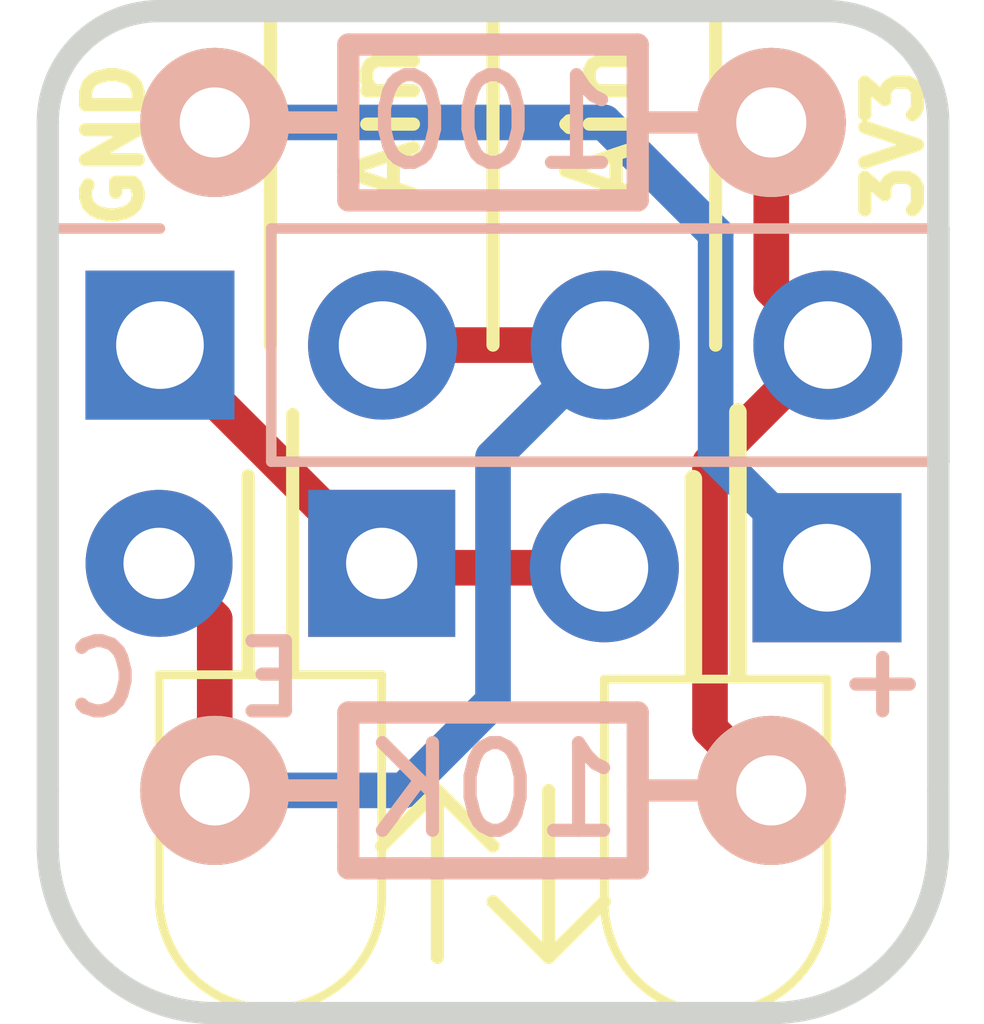
<source format=kicad_pcb>
(kicad_pcb (version 20211014) (generator pcbnew)
  (title_block (title "Rpi Pico Robot Board") (date "2023-06-18") (rev "0.0") (company "www.MakersBox.us") (comment 1 "K. Olsen"))
  (layers (0 "F.Cu" signal) (31 "B.Cu" signal) (34 "B.Paste" user) (35 "F.Paste" user) (36 "B.SilkS" user "B.Silkscreen") (37 "F.SilkS" user "F.Silkscreen") (38 "B.Mask" user) (39 "F.Mask" user) (44 "Edge.Cuts" user))
  (net 0 "")
  (net 1 "GND")
  (net 2 "Net-(D2-Pad2)")
  (net 3 "+3V3")
  (net 4 "/Ain")
  (footprint "footprints:LED-3MM_RA" (layer "F.Cu") (at 147.32 97.79)
    (fp_text reference "D2" hide)
    (fp_text value "IR_LED")
    (fp_text user "+" (at 3.175 1.27) (layer "B.SilkS") (effects (font (size 0.8 0.8)) (justify mirror)))
    (fp_line (start 1.016 1.2) (end 1.016 -1.016) (layer "F.SilkS") (width 0.2))
    (fp_line (start 0 1.27) (end 2.54 1.27) (layer "F.SilkS") (width 0.1))
    (fp_line (start 1.524 1.2) (end 1.524 -1.778) (layer "F.SilkS") (width 0.2))
    (fp_line (start 0 3.81) (end 0 1.27) (layer "F.SilkS") (width 0.1))
    (fp_line (start 2.54 1.27) (end 2.54 3.81) (layer "F.SilkS") (width 0.1))
    (fp_arc (start 1.27 5.08) (mid 0.371974 4.708026) (end 0 3.81) (layer "F.SilkS") (width 0.1))
    (fp_arc (start 2.54 3.81) (mid 2.168026 4.708026) (end 1.27 5.08) (layer "F.SilkS") (width 0.1))
    (pad "1" thru_hole circle (at 0 0 90) (size 1.7 1.7) (drill 1.00076) (layers *.Cu *.Mask) (net 1 "GND"))
    (pad "2" thru_hole rect (at 2.54 0) (size 1.7 1.7) (drill 1.00076) (layers *.Cu *.Mask) (net 2 "Net-(D2-Pad2)"))
  )
  (footprint "footprints:PHOTOTRANS-RA" (layer "F.Cu") (at 143.51 97.74)
    (fp_text reference "Q1" hide)
    (fp_text value "OPTO_NPN" hide)
    (fp_line (start 1.27 1.27) (end -1.27 1.27) (layer "F.SilkS") (width 0.1))
    (fp_line (start 0.254 1.2) (end 0.254 -1.7) (layer "F.SilkS") (width 0.15))
    (fp_line (start -0.254 1.2) (end -0.254 -1) (layer "F.SilkS") (width 0.15))
    (fp_line (start 1.27 3.81) (end 1.27 1.27) (layer "F.SilkS") (width 0.1))
    (fp_line (start -1.27 1.27) (end -1.27 3.81) (layer "F.SilkS") (width 0.1))
    (fp_arc (start 1.27 3.81) (mid 0.898026 4.708026) (end 0 5.08) (layer "F.SilkS") (width 0.1))
    (fp_arc (start 0 5.08) (mid -0.898026 4.708026) (end -1.27 3.81) (layer "F.SilkS") (width 0.1))
    (pad "1" thru_hole rect (at 1.27 0) (size 1.6764 1.6764) (drill 0.8128) (layers *.Cu *.Mask) (net 1 "GND"))
    (pad "3" thru_hole circle (at -1.27 0) (size 1.6764 1.6764) (drill 0.8128) (layers *.Cu *.Mask) (net 4 "/Ain"))
  )
  (footprint "footprints:Resistor_Horz" (layer "B.Cu") (at 146.05 100.33 180)
    (fp_text reference "R1")
    (fp_text value "10K" (at 0 0) (layer "B.SilkS") (effects (justify mirror)))
    (fp_line (start -1.651 0) (end -2.413 0) (layer "B.SilkS") (width 0.254))
    (fp_line (start 1.651 -0.889) (end -1.651 -0.889) (layer "B.SilkS") (width 0.254))
    (fp_line (start -1.651 0.889) (end 1.651 0.889) (layer "B.SilkS") (width 0.254))
    (fp_line (start 1.651 -0.889) (end 1.651 -0.635) (layer "B.SilkS") (width 0.254))
    (fp_line (start 1.651 0) (end 2.413 0) (layer "B.SilkS") (width 0.254))
    (fp_line (start 1.651 0.889) (end 1.651 -0.635) (layer "B.SilkS") (width 0.254))
    (fp_line (start -1.651 -0.889) (end -1.651 0.889) (layer "B.SilkS") (width 0.254))
    (pad "1" thru_hole circle (at -3.175 0 180) (size 1.7 1.7) (drill 0.8) (layers *.Cu *.SilkS *.Mask) (net 3 "+3V3"))
    (pad "2" thru_hole circle (at 3.175 0 180) (size 1.7 1.7) (drill 0.8) (layers *.Cu *.SilkS *.Mask) (net 4 "/Ain"))
  )
  (footprint "Connector_PinHeader_2.54mm:PinHeader_1x04_P2.54mm_Vertical" (layer "B.Cu") (at 142.25 95.25 -90)
    (fp_text reference "J1" hide)
    (fp_text value "Conn_01x04")
    (fp_line (start -1.33 -1.27) (end 1.33 -1.27) (layer "B.SilkS") (width 0.12))
    (fp_line (start -1.33 0) (end -1.33 1.33) (layer "B.SilkS") (width 0.12))
    (fp_line (start -1.33 -8.95) (end 1.33 -8.95) (layer "B.SilkS") (width 0.12))
    (fp_line (start 1.33 -1.27) (end 1.33 -8.95) (layer "B.SilkS") (width 0.12))
    (fp_line (start -1.33 1.33) (end 0 1.33) (layer "B.SilkS") (width 0.12))
    (fp_line (start -1.33 -1.27) (end -1.33 -8.95) (layer "B.SilkS") (width 0.12))
    (pad "1" thru_hole rect (at 0 0 270) (size 1.7 1.7) (drill 1) (layers *.Cu *.Mask) (net 1 "GND"))
    (pad "2" thru_hole oval (at 0 -2.54 270) (size 1.7 1.7) (drill 1) (layers *.Cu *.Mask) (net 4 "/Ain"))
    (pad "3" thru_hole oval (at 0 -5.08 270) (size 1.7 1.7) (drill 1) (layers *.Cu *.Mask) (net 4 "/Ain"))
    (pad "4" thru_hole oval (at 0 -7.62 270) (size 1.7 1.7) (drill 1) (layers *.Cu *.Mask) (net 3 "+3V3"))
  )
  (footprint "footprints:Resistor_Horz" (layer "B.Cu") (at 146.05 92.71 180)
    (fp_text reference "R2")
    (fp_text value "100" (at 0 0) (layer "B.SilkS") (effects (justify mirror)))
    (fp_line (start 1.651 -0.889) (end 1.651 -0.635) (layer "B.SilkS") (width 0.254))
    (fp_line (start 1.651 0.889) (end 1.651 -0.635) (layer "B.SilkS") (width 0.254))
    (fp_line (start -1.651 -0.889) (end -1.651 0.889) (layer "B.SilkS") (width 0.254))
    (fp_line (start 1.651 0) (end 2.413 0) (layer "B.SilkS") (width 0.254))
    (fp_line (start -1.651 0.889) (end 1.651 0.889) (layer "B.SilkS") (width 0.254))
    (fp_line (start -1.651 0) (end -2.413 0) (layer "B.SilkS") (width 0.254))
    (fp_line (start 1.651 -0.889) (end -1.651 -0.889) (layer "B.SilkS") (width 0.254))
    (pad "1" thru_hole circle (at -3.175 0 180) (size 1.7 1.7) (drill 0.8) (layers *.Cu *.SilkS *.Mask) (net 3 "+3V3"))
    (pad "2" thru_hole circle (at 3.175 0 180) (size 1.7 1.7) (drill 0.8) (layers *.Cu *.SilkS *.Mask) (net 2 "Net-(D2-Pad2)"))
  )
  (gr_line (start 146.685 100.33) (end 146.685 102.235) (layer "F.SilkS") (width 0.15))
  (gr_line (start 144.78 100.965) (end 145.415 100.33) (layer "F.SilkS") (width 0.15))
  (gr_line (start 146.05 95.25) (end 146.05 91.44) (layer "F.SilkS") (width 0.15))
  (gr_line (start 148.59 95.25) (end 148.59 91.44) (layer "F.SilkS") (width 0.15))
  (gr_line (start 146.685 102.235) (end 147.32 101.6) (layer "F.SilkS") (width 0.15))
  (gr_line (start 146.685 102.235) (end 146.05 101.6) (layer "F.SilkS") (width 0.15))
  (gr_line (start 145.415 102.235) (end 145.415 100.33) (layer "F.SilkS") (width 0.15))
  (gr_line (start 145.415 100.33) (end 146.05 100.965) (layer "F.SilkS") (width 0.15))
  (gr_line (start 145.415 100.33) (end 144.78 100.965) (layer "F.SilkS") (width 0.15))
  (gr_line (start 143.51 95.25) (end 143.51 91.44) (layer "F.SilkS") (width 0.15))
  (gr_arc (start 151.13 100.965) (mid 150.572038 102.312038) (end 149.225 102.87) (layer "Edge.Cuts") (width 0.254))
  (gr_line (start 151.13 92.71) (end 151.13 100.33) (layer "Edge.Cuts") (width 0.254))
  (gr_line (start 140.97 92.71) (end 140.97 100.33) (layer "Edge.Cuts") (width 0.254))
  (gr_arc (start 142.875 102.87) (mid 141.527962 102.312038) (end 140.97 100.965) (layer "Edge.Cuts") (width 0.254))
  (gr_line (start 140.97 100.33) (end 140.97 100.965) (layer "Edge.Cuts") (width 0.254))
  (gr_arc (start 149.86 91.44) (mid 150.758026 91.811974) (end 151.13 92.71) (layer "Edge.Cuts") (width 0.254))
  (gr_line (start 142.875 102.87) (end 149.225 102.87) (layer "Edge.Cuts") (width 0.254))
  (gr_line (start 142.24 91.44) (end 149.86 91.44) (layer "Edge.Cuts") (width 0.254))
  (gr_line (start 151.13 100.33) (end 151.13 100.965) (layer "Edge.Cuts") (width 0.254))
  (gr_arc (start 140.97 92.71) (mid 141.341974 91.811974) (end 142.24 91.44) (layer "Edge.Cuts") (width 0.254))
  (gr_text "E" (at 143.51 99.06) (layer "B.SilkS") (effects (font (size 0.8 0.8)) (justify mirror)))
  (gr_text "C" (at 141.605 99.06) (layer "B.SilkS") (effects (font (size 0.8 0.8)) (justify mirror)))
  (gr_text "Ain" (at 144.78 92.71 90) (layer "F.SilkS") (effects (font (size 0.8 0.8))))
  (gr_text "Ain" (at 147.32 92.71 90) (layer "F.SilkS") (effects (font (size 0.8 0.8))))
  (gr_text "3V3" (at 150.622 92.964 90) (layer "F.SilkS") (effects (font (size 0.6 0.6))))
  (gr_text "GND" (at 141.732 92.964 90) (layer "F.SilkS") (effects (font (size 0.6 0.6))))
  (segment (start 144.74 97.74) (end 142.25 95.25) (width 0.4064) (layer "F.Cu") (net 1))
  (segment (start 144.78 97.74) (end 144.74 97.74) (width 0.4064) (layer "F.Cu") (net 1))
  (segment (start 147.32 97.79) (end 144.83 97.79) (width 0.4064) (layer "F.Cu") (net 1))
  (segment (start 144.83 97.79) (end 144.78 97.74) (width 0.4064) (layer "F.Cu") (net 1))
  (segment (start 149.86 97.79) (end 148.59 96.52) (width 0.4064) (layer "B.Cu") (net 2))
  (segment (start 147.32 92.71) (end 142.875 92.71) (width 0.4064) (layer "B.Cu") (net 2))
  (segment (start 148.59 93.98) (end 147.32 92.71) (width 0.4064) (layer "B.Cu") (net 2))
  (segment (start 148.59 96.52) (end 148.59 93.98) (width 0.4064) (layer "B.Cu") (net 2))
  (segment (start 149.225 92.71) (end 149.225 94.605) (width 0.4064) (layer "F.Cu") (net 3))
  (segment (start 149.225 94.605) (end 149.87 95.25) (width 0.4064) (layer "F.Cu") (net 3))
  (segment (start 149.225 100.33) (end 148.5256 99.6306) (width 0.4064) (layer "F.Cu") (net 3))
  (segment (start 148.5256 99.6306) (end 148.5256 96.5944) (width 0.4064) (layer "F.Cu") (net 3))
  (segment (start 148.5256 96.5944) (end 149.87 95.25) (width 0.4064) (layer "F.Cu") (net 3))
  (segment (start 144.79 95.25) (end 147.33 95.25) (width 0.4064) (layer "F.Cu") (net 4))
  (segment (start 142.875 100.33) (end 142.875 98.375) (width 0.4064) (layer "F.Cu") (net 4))
  (segment (start 144.78 95.26) (end 144.79 95.25) (width 0.4064) (layer "F.Cu") (net 4))
  (segment (start 142.875 98.375) (end 142.24 97.74) (width 0.4064) (layer "F.Cu") (net 4))
  (segment (start 142.875 100.33) (end 145.034 100.33) (width 0.4064) (layer "B.Cu") (net 4))
  (segment (start 146.05 96.53) (end 147.33 95.25) (width 0.4064) (layer "B.Cu") (net 4))
  (segment (start 146.05 99.314) (end 146.05 96.53) (width 0.4064) (layer "B.Cu") (net 4))
  (segment (start 145.034 100.33) (end 146.05 99.314) (width 0.4064) (layer "B.Cu") (net 4))
)
</source>
